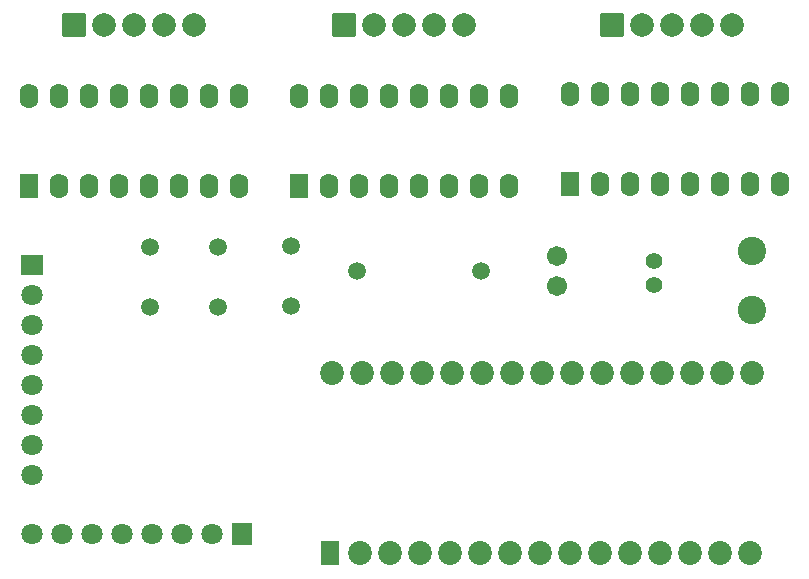
<source format=gbs>
G04 Layer: BottomSolderMaskLayer*
G04 EasyEDA v6.5.44, 2024-07-11 22:25:44*
G04 45d6b8aa582043f790635ab3bd24865d,c9b9c57424e64463a8e00cf53a76285a,10*
G04 Gerber Generator version 0.2*
G04 Scale: 100 percent, Rotated: No, Reflected: No *
G04 Dimensions in millimeters *
G04 leading zeros omitted , absolute positions ,4 integer and 5 decimal *
%FSLAX45Y45*%
%MOMM*%

%AMMACRO1*4,1,8,-0.9421,-1.0016,-1.0016,-0.9421,-1.0016,0.9421,-0.9421,1.0016,0.9421,1.0016,1.0016,0.9421,1.0016,-0.9421,0.9421,-1.0016,-0.9421,-1.0016,0*%
%AMMACRO2*4,1,8,-0.8711,-0.8382,-0.9008,-0.8084,-0.9008,0.8085,-0.8711,0.8382,0.871,0.8382,0.9008,0.8085,0.9008,-0.8084,0.871,-0.8382,-0.8711,-0.8382,0*%
%AMMACRO3*4,1,8,-0.8085,-0.9008,-0.8382,-0.871,-0.8382,0.8711,-0.8085,0.9008,0.8084,0.9008,0.8382,0.8711,0.8382,-0.871,0.8084,-0.9008,-0.8085,-0.9008,0*%
%AMMACRO4*4,1,8,-0.7662,-1.01,-0.772,-1.0041,-0.772,1.0042,-0.7662,1.01,0.7661,1.01,0.772,1.0042,0.772,-1.0041,0.7661,-1.01,-0.7662,-1.01,0*%
%AMMACRO5*4,1,8,-0.7711,-1.0508,-0.8008,-1.021,-0.8008,1.0211,-0.7711,1.0508,0.771,1.0508,0.8008,1.0211,0.8008,-1.021,0.771,-1.0508,-0.7711,-1.0508,0*%
%ADD10C,1.5016*%
%ADD11C,1.4016*%
%ADD12MACRO1*%
%ADD13C,2.0032*%
%ADD14C,2.4016*%
%ADD15C,1.8016*%
%ADD16MACRO2*%
%ADD17MACRO3*%
%ADD18C,1.7016*%
%ADD19C,2.0200*%
%ADD20MACRO4*%
%ADD21O,1.6015970000000002X2.1015960000000002*%
%ADD22MACRO5*%

%LPD*%
D10*
G01*
X2768600Y6362700D03*
G01*
X2768600Y6870700D03*
G01*
X3390900Y6375400D03*
G01*
X3390900Y6883400D03*
G01*
X2197100Y6362700D03*
G01*
X2197100Y6870700D03*
D11*
G01*
X6464300Y6554800D03*
G01*
X6464300Y6754799D03*
D12*
G01*
X3835400Y8750300D03*
D13*
G01*
X4089400Y8750300D03*
G01*
X4343400Y8750300D03*
G01*
X4597400Y8750300D03*
G01*
X4851400Y8750300D03*
D12*
G01*
X6108700Y8750300D03*
D13*
G01*
X6362700Y8750300D03*
G01*
X6616700Y8750300D03*
G01*
X6870700Y8750300D03*
G01*
X7124700Y8750300D03*
D12*
G01*
X1549400Y8750300D03*
D13*
G01*
X1803400Y8750300D03*
G01*
X2057400Y8750300D03*
G01*
X2311400Y8750300D03*
G01*
X2565400Y8750300D03*
D14*
G01*
X7289800Y6341300D03*
G01*
X7289800Y6841299D03*
D15*
G01*
X1193800Y4940300D03*
G01*
X1193800Y5194300D03*
G01*
X1193800Y5448300D03*
G01*
X1193800Y5702300D03*
G01*
X1193800Y5956300D03*
G01*
X1193800Y6210300D03*
G01*
X1193800Y6464300D03*
D16*
G01*
X1193800Y6718300D03*
D15*
G01*
X1193800Y4445000D03*
G01*
X1447800Y4445000D03*
G01*
X1701800Y4445000D03*
G01*
X1955800Y4445000D03*
G01*
X2209800Y4445000D03*
G01*
X2463800Y4445000D03*
G01*
X2717800Y4445000D03*
D17*
G01*
X2971800Y4445000D03*
D18*
G01*
X5638800Y6540500D03*
G01*
X5638800Y6794500D03*
D10*
G01*
X3945407Y6667500D03*
G01*
X4995392Y6667500D03*
D19*
G01*
X5499100Y4279392D03*
G01*
X5753100Y4279392D03*
G01*
X6007100Y4279392D03*
G01*
X6261100Y4279392D03*
G01*
X6515100Y4279392D03*
G01*
X6769100Y4279392D03*
G01*
X7023100Y4279392D03*
G01*
X7277100Y4279392D03*
G01*
X5245100Y4279392D03*
G01*
X4991100Y4279392D03*
G01*
X4737100Y4279392D03*
G01*
X4483100Y4279392D03*
G01*
X4229100Y4279392D03*
G01*
X3975100Y4279392D03*
D20*
G01*
X3721100Y4279392D03*
D19*
G01*
X3733800Y5804407D03*
G01*
X3987800Y5804407D03*
G01*
X4241800Y5804407D03*
G01*
X4495800Y5804407D03*
G01*
X4749800Y5804407D03*
G01*
X5003800Y5804407D03*
G01*
X5257800Y5804407D03*
G01*
X7289800Y5804407D03*
G01*
X7035800Y5804407D03*
G01*
X6781800Y5804407D03*
G01*
X6527800Y5804407D03*
G01*
X6273800Y5804407D03*
G01*
X6019800Y5804407D03*
G01*
X5765800Y5804407D03*
G01*
X5511800Y5804407D03*
D21*
G01*
X5232400Y8153400D03*
G01*
X4978400Y8153400D03*
G01*
X4724400Y8153400D03*
G01*
X4470400Y8153400D03*
G01*
X4216400Y8153400D03*
G01*
X3962400Y8153400D03*
G01*
X3708400Y8153400D03*
G01*
X3454400Y8153400D03*
G01*
X5232400Y7391400D03*
G01*
X4978400Y7391400D03*
G01*
X4724400Y7391400D03*
G01*
X4470400Y7391400D03*
G01*
X4216400Y7391400D03*
G01*
X3962400Y7391400D03*
G01*
X3708400Y7391400D03*
D22*
G01*
X3454400Y7391400D03*
D21*
G01*
X7531100Y8166100D03*
G01*
X7277100Y8166100D03*
G01*
X7023100Y8166100D03*
G01*
X6769100Y8166100D03*
G01*
X6515100Y8166100D03*
G01*
X6261100Y8166100D03*
G01*
X6007100Y8166100D03*
G01*
X5753100Y8166100D03*
G01*
X7531100Y7404100D03*
G01*
X7277100Y7404100D03*
G01*
X7023100Y7404100D03*
G01*
X6769100Y7404100D03*
G01*
X6515100Y7404100D03*
G01*
X6261100Y7404100D03*
G01*
X6007100Y7404100D03*
D22*
G01*
X5753100Y7404100D03*
D21*
G01*
X2946400Y8153400D03*
G01*
X2692400Y8153400D03*
G01*
X2438400Y8153400D03*
G01*
X2184400Y8153400D03*
G01*
X1930400Y8153400D03*
G01*
X1676400Y8153400D03*
G01*
X1422400Y8153400D03*
G01*
X1168400Y8153400D03*
G01*
X2946400Y7391400D03*
G01*
X2692400Y7391400D03*
G01*
X2438400Y7391400D03*
G01*
X2184400Y7391400D03*
G01*
X1930400Y7391400D03*
G01*
X1676400Y7391400D03*
G01*
X1422400Y7391400D03*
D22*
G01*
X1168400Y7391400D03*
M02*

</source>
